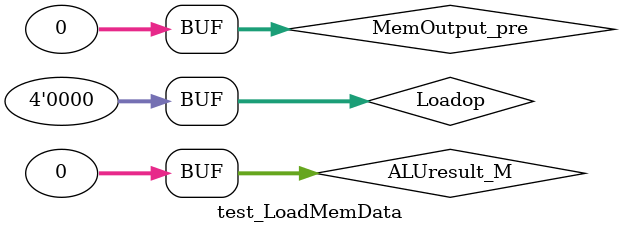
<source format=v>
`timescale 1ns / 1ps


module test_LoadMemData;

	// Inputs
	reg [31:0] MemOutput_pre;
	reg [31:0] ALUresult_M;
	reg [3:0] Loadop;

	// Outputs
	wire [31:0] MemOutput;

	// Instantiate the Unit Under Test (UUT)
	LoadMemData uut (
		.MemOutput_pre(MemOutput_pre), 
		.ALUresult_M(ALUresult_M), 
		.Loadop(Loadop), 
		.MemOutput(MemOutput)
	);

	initial begin
		// Initialize Inputs
		MemOutput_pre = 0;
		ALUresult_M = 0;
		Loadop = 0;

		// Wait 100 ns for global reset to finish
		#100;
        
		// Add stimulus here

	end
      
endmodule


</source>
